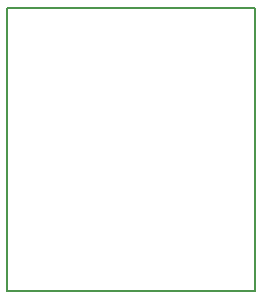
<source format=gko>
G04 #@! TF.FileFunction,Profile,NP*
%FSLAX46Y46*%
G04 Gerber Fmt 4.6, Leading zero omitted, Abs format (unit mm)*
G04 Created by KiCad (PCBNEW 4.0.2-stable) date Sun Mar 13 22:40:22 2016*
%MOMM*%
G01*
G04 APERTURE LIST*
%ADD10C,0.100000*%
%ADD11C,0.150000*%
G04 APERTURE END LIST*
D10*
D11*
X165000000Y-93000000D02*
X144000000Y-93000000D01*
X165000000Y-117000000D02*
X165000000Y-93000000D01*
X144000000Y-117000000D02*
X165000000Y-117000000D01*
X144000000Y-93000000D02*
X144000000Y-117000000D01*
M02*

</source>
